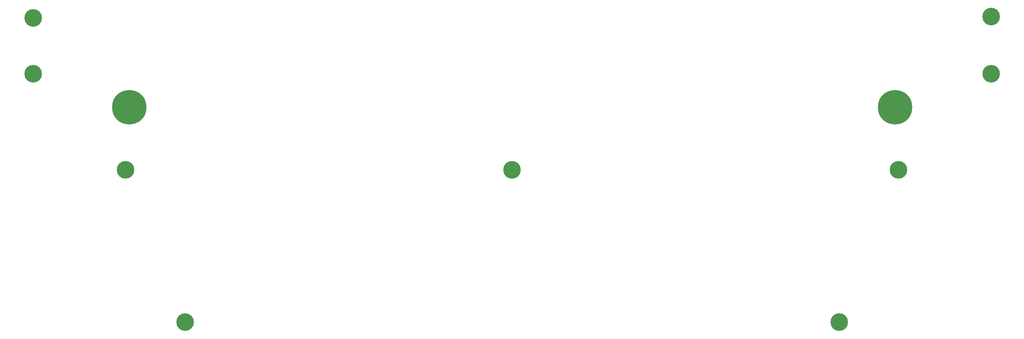
<source format=gbr>
G04 #@! TF.GenerationSoftware,KiCad,Pcbnew,(5.1.9)-1*
G04 #@! TF.CreationDate,2021-08-16T00:49:14+02:00*
G04 #@! TF.ProjectId,romeo-bottom,726f6d65-6f2d-4626-9f74-746f6d2e6b69,rev?*
G04 #@! TF.SameCoordinates,Original*
G04 #@! TF.FileFunction,Soldermask,Top*
G04 #@! TF.FilePolarity,Negative*
%FSLAX46Y46*%
G04 Gerber Fmt 4.6, Leading zero omitted, Abs format (unit mm)*
G04 Created by KiCad (PCBNEW (5.1.9)-1) date 2021-08-16 00:49:14*
%MOMM*%
%LPD*%
G01*
G04 APERTURE LIST*
%ADD10C,8.600000*%
%ADD11C,4.400000*%
G04 APERTURE END LIST*
D10*
X241366999Y-38133400D03*
X49717001Y-38133400D03*
D11*
X227380800Y-91922600D03*
X63703200Y-91922600D03*
X48844200Y-53822600D03*
X242239800Y-53822600D03*
X145504499Y-53822600D03*
X265366999Y-15497599D03*
X265366999Y-29772600D03*
X25717001Y-29772600D03*
X25717001Y-15772600D03*
M02*

</source>
